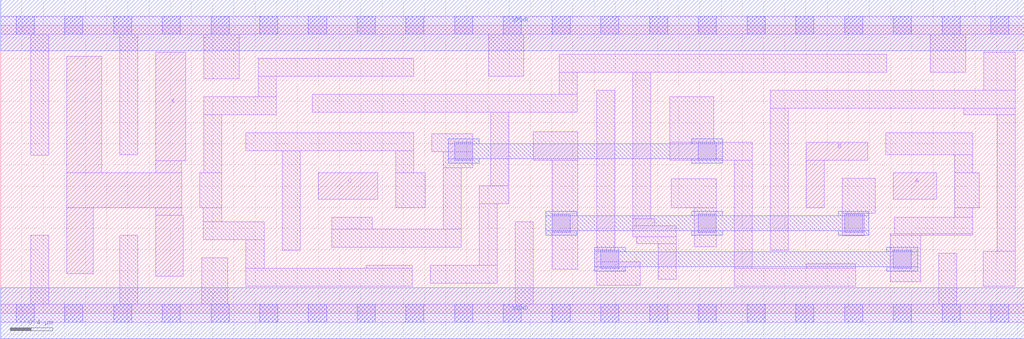
<source format=lef>
# Copyright 2020 The SkyWater PDK Authors
#
# Licensed under the Apache License, Version 2.0 (the "License");
# you may not use this file except in compliance with the License.
# You may obtain a copy of the License at
#
#     https://www.apache.org/licenses/LICENSE-2.0
#
# Unless required by applicable law or agreed to in writing, software
# distributed under the License is distributed on an "AS IS" BASIS,
# WITHOUT WARRANTIES OR CONDITIONS OF ANY KIND, either express or implied.
# See the License for the specific language governing permissions and
# limitations under the License.
#
# SPDX-License-Identifier: Apache-2.0

VERSION 5.7 ;
  NAMESCASESENSITIVE ON ;
  NOWIREEXTENSIONATPIN ON ;
  DIVIDERCHAR "/" ;
  BUSBITCHARS "[]" ;
UNITS
  DATABASE MICRONS 200 ;
END UNITS
MACRO sky130_fd_sc_hd__xnor3_4
  CLASS CORE ;
  FOREIGN sky130_fd_sc_hd__xnor3_4 ;
  ORIGIN  0.000000  0.000000 ;
  SIZE  9.660000 BY  2.720000 ;
  SYMMETRY X Y R90 ;
  SITE unithd ;
  PIN A
    ANTENNAGATEAREA  0.246000 ;
    DIRECTION INPUT ;
    USE SIGNAL ;
    PORT
      LAYER li1 ;
        RECT 8.425000 1.075000 8.835000 1.325000 ;
    END
  END A
  PIN B
    ANTENNAGATEAREA  0.661500 ;
    DIRECTION INPUT ;
    USE SIGNAL ;
    PORT
      LAYER li1 ;
        RECT 7.605000 0.995000 7.775000 1.445000 ;
        RECT 7.605000 1.445000 8.185000 1.615000 ;
    END
  END B
  PIN C
    ANTENNAGATEAREA  0.381000 ;
    DIRECTION INPUT ;
    USE SIGNAL ;
    PORT
      LAYER li1 ;
        RECT 2.995000 1.075000 3.560000 1.325000 ;
    END
  END C
  PIN X
    ANTENNADIFFAREA  0.891000 ;
    DIRECTION OUTPUT ;
    USE SIGNAL ;
    PORT
      LAYER li1 ;
        RECT 0.625000 0.375000 0.875000 0.995000 ;
        RECT 0.625000 0.995000 1.710000 1.325000 ;
        RECT 0.625000 1.325000 0.955000 2.425000 ;
        RECT 1.465000 0.350000 1.725000 0.925000 ;
        RECT 1.465000 0.925000 1.710000 0.995000 ;
        RECT 1.465000 1.325000 1.710000 1.440000 ;
        RECT 1.465000 1.440000 1.745000 2.465000 ;
    END
  END X
  PIN VGND
    DIRECTION INOUT ;
    SHAPE ABUTMENT ;
    USE GROUND ;
    PORT
      LAYER met1 ;
        RECT 0.000000 -0.240000 9.660000 0.240000 ;
    END
  END VGND
  PIN VPWR
    DIRECTION INOUT ;
    SHAPE ABUTMENT ;
    USE POWER ;
    PORT
      LAYER met1 ;
        RECT 0.000000 2.480000 9.660000 2.960000 ;
    END
  END VPWR
  OBS
    LAYER li1 ;
      RECT 0.000000 -0.085000 9.660000 0.085000 ;
      RECT 0.000000  2.635000 9.660000 2.805000 ;
      RECT 0.285000  0.085000 0.455000 0.735000 ;
      RECT 0.285000  1.490000 0.455000 2.635000 ;
      RECT 1.125000  0.085000 1.295000 0.735000 ;
      RECT 1.125000  1.495000 1.295000 2.635000 ;
      RECT 1.880000  0.995000 2.085000 1.325000 ;
      RECT 1.895000  0.085000 2.145000 0.525000 ;
      RECT 1.910000  0.695000 2.485000 0.865000 ;
      RECT 1.910000  0.865000 2.085000 0.995000 ;
      RECT 1.915000  1.325000 2.085000 1.875000 ;
      RECT 1.915000  1.875000 2.600000 2.045000 ;
      RECT 1.915000  2.215000 2.250000 2.635000 ;
      RECT 2.315000  0.255000 3.885000 0.425000 ;
      RECT 2.315000  0.425000 2.485000 0.695000 ;
      RECT 2.315000  1.535000 3.900000 1.705000 ;
      RECT 2.430000  2.045000 2.600000 2.235000 ;
      RECT 2.430000  2.235000 3.900000 2.405000 ;
      RECT 2.655000  0.595000 2.825000 1.535000 ;
      RECT 2.940000  1.895000 5.440000 2.065000 ;
      RECT 3.125000  0.625000 4.345000 0.795000 ;
      RECT 3.125000  0.795000 3.505000 0.905000 ;
      RECT 3.450000  0.425000 3.885000 0.455000 ;
      RECT 3.730000  0.995000 4.005000 1.325000 ;
      RECT 3.730000  1.325000 3.900000 1.535000 ;
      RECT 4.055000  0.285000 4.685000 0.455000 ;
      RECT 4.070000  1.525000 4.455000 1.695000 ;
      RECT 4.175000  0.795000 4.345000 1.375000 ;
      RECT 4.175000  1.375000 4.455000 1.525000 ;
      RECT 4.515000  0.455000 4.685000 1.035000 ;
      RECT 4.515000  1.035000 4.795000 1.205000 ;
      RECT 4.605000  2.235000 4.935000 2.635000 ;
      RECT 4.625000  1.205000 4.795000 1.895000 ;
      RECT 4.855000  0.085000 5.025000 0.865000 ;
      RECT 5.025000  1.445000 5.445000 1.715000 ;
      RECT 5.205000  0.415000 5.445000 1.445000 ;
      RECT 5.270000  2.065000 5.440000 2.275000 ;
      RECT 5.270000  2.275000 8.365000 2.445000 ;
      RECT 5.625000  0.265000 6.035000 0.485000 ;
      RECT 5.625000  0.485000 5.835000 0.595000 ;
      RECT 5.625000  0.595000 5.795000 2.105000 ;
      RECT 5.965000  0.720000 6.375000 0.825000 ;
      RECT 5.965000  0.825000 6.175000 0.890000 ;
      RECT 5.965000  0.890000 6.135000 2.275000 ;
      RECT 6.005000  0.655000 6.375000 0.720000 ;
      RECT 6.205000  0.320000 6.375000 0.655000 ;
      RECT 6.315000  1.445000 7.095000 1.615000 ;
      RECT 6.315000  1.615000 6.730000 2.045000 ;
      RECT 6.330000  0.995000 6.755000 1.270000 ;
      RECT 6.545000  0.630000 6.755000 0.995000 ;
      RECT 6.925000  0.255000 8.070000 0.425000 ;
      RECT 6.925000  0.425000 7.095000 1.445000 ;
      RECT 7.265000  0.595000 7.435000 1.935000 ;
      RECT 7.265000  1.935000 9.575000 2.105000 ;
      RECT 7.605000  0.425000 8.070000 0.465000 ;
      RECT 7.945000  0.730000 8.150000 0.945000 ;
      RECT 7.945000  0.945000 8.255000 1.275000 ;
      RECT 8.355000  1.495000 9.175000 1.705000 ;
      RECT 8.395000  0.295000 8.685000 0.735000 ;
      RECT 8.395000  0.735000 9.175000 0.750000 ;
      RECT 8.435000  0.750000 9.175000 0.905000 ;
      RECT 8.775000  2.275000 9.110000 2.635000 ;
      RECT 8.855000  0.085000 9.025000 0.565000 ;
      RECT 9.005000  0.905000 9.175000 0.995000 ;
      RECT 9.005000  0.995000 9.235000 1.325000 ;
      RECT 9.005000  1.325000 9.175000 1.495000 ;
      RECT 9.090000  1.875000 9.575000 1.935000 ;
      RECT 9.275000  0.255000 9.575000 0.585000 ;
      RECT 9.280000  2.105000 9.575000 2.465000 ;
      RECT 9.405000  0.585000 9.575000 1.875000 ;
    LAYER mcon ;
      RECT 0.145000 -0.085000 0.315000 0.085000 ;
      RECT 0.145000  2.635000 0.315000 2.805000 ;
      RECT 0.605000 -0.085000 0.775000 0.085000 ;
      RECT 0.605000  2.635000 0.775000 2.805000 ;
      RECT 1.065000 -0.085000 1.235000 0.085000 ;
      RECT 1.065000  2.635000 1.235000 2.805000 ;
      RECT 1.525000 -0.085000 1.695000 0.085000 ;
      RECT 1.525000  2.635000 1.695000 2.805000 ;
      RECT 1.985000 -0.085000 2.155000 0.085000 ;
      RECT 1.985000  2.635000 2.155000 2.805000 ;
      RECT 2.445000 -0.085000 2.615000 0.085000 ;
      RECT 2.445000  2.635000 2.615000 2.805000 ;
      RECT 2.905000 -0.085000 3.075000 0.085000 ;
      RECT 2.905000  2.635000 3.075000 2.805000 ;
      RECT 3.365000 -0.085000 3.535000 0.085000 ;
      RECT 3.365000  2.635000 3.535000 2.805000 ;
      RECT 3.825000 -0.085000 3.995000 0.085000 ;
      RECT 3.825000  2.635000 3.995000 2.805000 ;
      RECT 4.285000 -0.085000 4.455000 0.085000 ;
      RECT 4.285000  1.445000 4.455000 1.615000 ;
      RECT 4.285000  2.635000 4.455000 2.805000 ;
      RECT 4.745000 -0.085000 4.915000 0.085000 ;
      RECT 4.745000  2.635000 4.915000 2.805000 ;
      RECT 5.205000 -0.085000 5.375000 0.085000 ;
      RECT 5.205000  0.765000 5.375000 0.935000 ;
      RECT 5.205000  2.635000 5.375000 2.805000 ;
      RECT 5.665000 -0.085000 5.835000 0.085000 ;
      RECT 5.665000  0.425000 5.835000 0.595000 ;
      RECT 5.665000  2.635000 5.835000 2.805000 ;
      RECT 6.125000 -0.085000 6.295000 0.085000 ;
      RECT 6.125000  2.635000 6.295000 2.805000 ;
      RECT 6.585000 -0.085000 6.755000 0.085000 ;
      RECT 6.585000  0.765000 6.755000 0.935000 ;
      RECT 6.585000  1.445000 6.755000 1.615000 ;
      RECT 6.585000  2.635000 6.755000 2.805000 ;
      RECT 7.045000 -0.085000 7.215000 0.085000 ;
      RECT 7.045000  2.635000 7.215000 2.805000 ;
      RECT 7.505000 -0.085000 7.675000 0.085000 ;
      RECT 7.505000  2.635000 7.675000 2.805000 ;
      RECT 7.965000 -0.085000 8.135000 0.085000 ;
      RECT 7.965000  0.765000 8.135000 0.935000 ;
      RECT 7.965000  2.635000 8.135000 2.805000 ;
      RECT 8.425000 -0.085000 8.595000 0.085000 ;
      RECT 8.425000  0.425000 8.595000 0.595000 ;
      RECT 8.425000  2.635000 8.595000 2.805000 ;
      RECT 8.885000 -0.085000 9.055000 0.085000 ;
      RECT 8.885000  2.635000 9.055000 2.805000 ;
      RECT 9.345000 -0.085000 9.515000 0.085000 ;
      RECT 9.345000  2.635000 9.515000 2.805000 ;
    LAYER met1 ;
      RECT 4.225000 1.415000 4.515000 1.460000 ;
      RECT 4.225000 1.460000 6.815000 1.600000 ;
      RECT 4.225000 1.600000 4.515000 1.645000 ;
      RECT 5.145000 0.735000 5.435000 0.780000 ;
      RECT 5.145000 0.780000 8.195000 0.920000 ;
      RECT 5.145000 0.920000 5.435000 0.965000 ;
      RECT 5.605000 0.395000 5.895000 0.440000 ;
      RECT 5.605000 0.440000 8.655000 0.580000 ;
      RECT 5.605000 0.580000 5.895000 0.625000 ;
      RECT 6.525000 0.735000 6.815000 0.780000 ;
      RECT 6.525000 0.920000 6.815000 0.965000 ;
      RECT 6.525000 1.415000 6.815000 1.460000 ;
      RECT 6.525000 1.600000 6.815000 1.645000 ;
      RECT 7.905000 0.735000 8.195000 0.780000 ;
      RECT 7.905000 0.920000 8.195000 0.965000 ;
      RECT 8.365000 0.395000 8.655000 0.440000 ;
      RECT 8.365000 0.580000 8.655000 0.625000 ;
  END
END sky130_fd_sc_hd__xnor3_4
END LIBRARY

</source>
